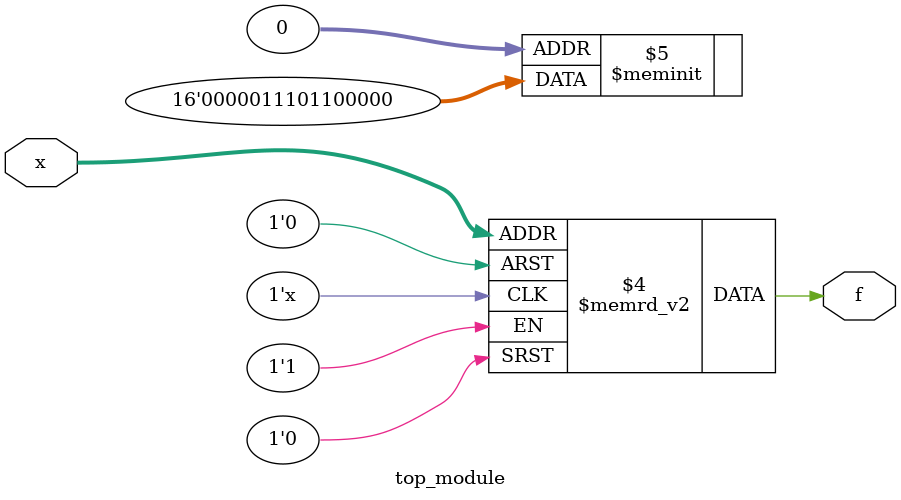
<source format=sv>
module top_module (
    input [4:1] x,
    output logic f
);
    
    always_comb begin
        case (x)
            4'b0000: f = 1'b0;    // d can be 0 or 1, here chosen as 0
            4'b0001, 4'b0011, 
            4'b0111, 4'b1011, 
            4'b1100, 4'b1101  : f = 1'b0;    // specified 0 or convenient 0 chosen
            4'b0010: f = 1'b0;    // specified 0
            4'b0100: f = 1'b0;    // specified 0
            4'b0110: f = 1'b1;    // specified 1
            4'b1000: f = 1'b1;    // specified 1
            4'b1110: f = 1'b0;    // specified 0
            4'b1111: f = 1'b0;    // d can be 0 or 1, here chosen as 0
            default: f = 1'b1;    // remaining d states, chosen as convenient 1
        endcase
    end
endmodule

</source>
